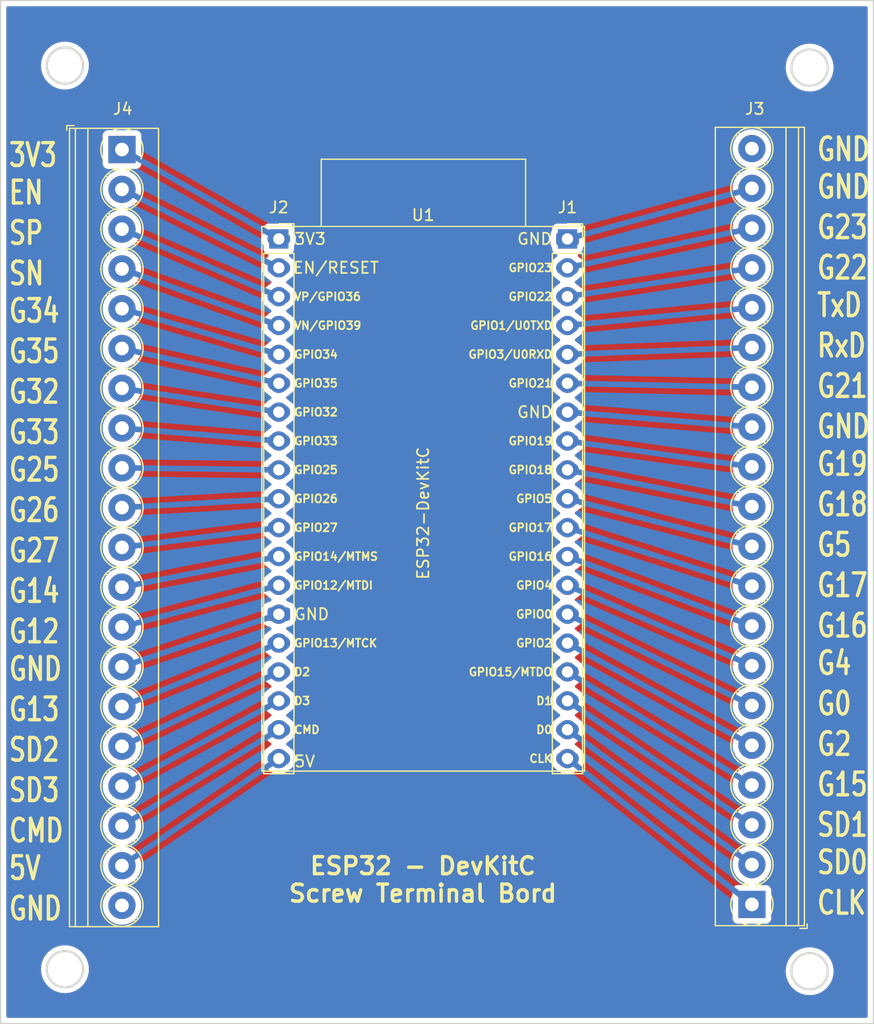
<source format=kicad_pcb>
(kicad_pcb (version 20211014) (generator pcbnew)
  (title_block (title "ESP32 DevKitC Screw Terminal Board") (date "2022-05-05") (rev "-") (comment 4 "AISLER Project ID: HJNJDDRD"))
  (layers (0 "F.Cu" signal) (31 "B.Cu" signal) (34 "B.Paste" user) (35 "F.Paste" user) (36 "B.SilkS" user "B.Silkscreen") (37 "F.SilkS" user "F.Silkscreen") (38 "B.Mask" user) (39 "F.Mask" user) (44 "Edge.Cuts" user))
  (net 0 "")
  (net 34 "Net-(J1-Pad1)")
  (net 35 "Net-(J1-Pad2)")
  (net 36 "Net-(J1-Pad3)")
  (net 37 "Net-(J1-Pad4)")
  (net 38 "Net-(J1-Pad5)")
  (net 39 "Net-(J1-Pad6)")
  (net 40 "Net-(J1-Pad7)")
  (net 41 "Net-(J1-Pad8)")
  (net 42 "Net-(J1-Pad9)")
  (net 43 "Net-(J1-Pad10)")
  (net 44 "Net-(J1-Pad11)")
  (net 45 "Net-(J1-Pad12)")
  (net 46 "Net-(J1-Pad13)")
  (net 47 "Net-(J1-Pad14)")
  (net 48 "Net-(J1-Pad15)")
  (net 49 "Net-(J1-Pad16)")
  (net 50 "Net-(J1-Pad17)")
  (net 51 "Net-(J1-Pad18)")
  (net 52 "Net-(J1-Pad19)")
  (net 53 "Net-(J2-Pad1)")
  (net 54 "Net-(J2-Pad2)")
  (net 55 "Net-(J2-Pad3)")
  (net 56 "Net-(J4-Pad4)")
  (net 57 "Net-(J4-Pad5)")
  (net 58 "Net-(J4-Pad6)")
  (net 59 "Net-(J4-Pad7)")
  (net 60 "Net-(J4-Pad8)")
  (net 61 "Net-(J4-Pad9)")
  (net 62 "Net-(J4-Pad10)")
  (net 63 "Net-(J4-Pad11)")
  (net 64 "Net-(J4-Pad12)")
  (net 65 "Net-(J4-Pad13)")
  (net 66 "Net-(J4-Pad14)")
  (net 67 "Net-(J4-Pad15)")
  (net 68 "Net-(J4-Pad16)")
  (net 69 "Net-(J4-Pad17)")
  (net 70 "Net-(J4-Pad18)")
  (net 71 "Net-(J4-Pad19)")
  (footprint "TerminalBlock_Phoenix:TerminalBlock_Phoenix_PT-1,5-20-3.5-H_1x20_P3.50mm_Horizontal" (layer "F.Cu") (at 110.682 53.11 -90)
    (fp_text reference "J4" (at -3.58 -0.062) (layer "F.SilkS"))
    (fp_text value "Screw_Terminal_01x19")
    (pad "1" thru_hole rect locked (at 0 0 270) (size 2.4 2.4) (drill 1.2) (layers *.Cu *.Mask) (net 53 "Net-(J2-Pad1)"))
    (pad "2" thru_hole circle locked (at 3.5 0 270) (size 2.4 2.4) (drill 1.2) (layers *.Cu *.Mask) (net 54 "Net-(J2-Pad2)"))
    (pad "3" thru_hole circle locked (at 7 0 270) (size 2.4 2.4) (drill 1.2) (layers *.Cu *.Mask) (net 55 "Net-(J2-Pad3)"))
    (pad "4" thru_hole circle locked (at 10.5 0 270) (size 2.4 2.4) (drill 1.2) (layers *.Cu *.Mask) (net 56 "Net-(J4-Pad4)"))
    (pad "5" thru_hole circle locked (at 14 0 270) (size 2.4 2.4) (drill 1.2) (layers *.Cu *.Mask) (net 57 "Net-(J4-Pad5)"))
    (pad "6" thru_hole circle locked (at 17.5 0 270) (size 2.4 2.4) (drill 1.2) (layers *.Cu *.Mask) (net 58 "Net-(J4-Pad6)"))
    (pad "7" thru_hole circle locked (at 21 0 270) (size 2.4 2.4) (drill 1.2) (layers *.Cu *.Mask) (net 59 "Net-(J4-Pad7)"))
    (pad "8" thru_hole circle locked (at 24.5 0 270) (size 2.4 2.4) (drill 1.2) (layers *.Cu *.Mask) (net 60 "Net-(J4-Pad8)"))
    (pad "9" thru_hole circle locked (at 28 0 270) (size 2.4 2.4) (drill 1.2) (layers *.Cu *.Mask) (net 61 "Net-(J4-Pad9)"))
    (pad "10" thru_hole circle locked (at 31.5 0 270) (size 2.4 2.4) (drill 1.2) (layers *.Cu *.Mask) (net 62 "Net-(J4-Pad10)"))
    (pad "11" thru_hole circle locked (at 35 0 270) (size 2.4 2.4) (drill 1.2) (layers *.Cu *.Mask) (net 63 "Net-(J4-Pad11)"))
    (pad "12" thru_hole circle locked (at 38.5 0 270) (size 2.4 2.4) (drill 1.2) (layers *.Cu *.Mask) (net 64 "Net-(J4-Pad12)"))
    (pad "13" thru_hole circle locked (at 42 0 270) (size 2.4 2.4) (drill 1.2) (layers *.Cu *.Mask) (net 65 "Net-(J4-Pad13)"))
    (pad "14" thru_hole circle locked (at 45.5 0 270) (size 2.4 2.4) (drill 1.2) (layers *.Cu *.Mask) (net 66 "Net-(J4-Pad14)"))
    (pad "15" thru_hole circle locked (at 49 0 270) (size 2.4 2.4) (drill 1.2) (layers *.Cu *.Mask) (net 67 "Net-(J4-Pad15)"))
    (pad "16" thru_hole circle locked (at 52.5 0 270) (size 2.4 2.4) (drill 1.2) (layers *.Cu *.Mask) (net 68 "Net-(J4-Pad16)"))
    (pad "17" thru_hole circle locked (at 56 0 270) (size 2.4 2.4) (drill 1.2) (layers *.Cu *.Mask) (net 69 "Net-(J4-Pad17)"))
    (pad "18" thru_hole circle locked (at 59.5 0 270) (size 2.4 2.4) (drill 1.2) (layers *.Cu *.Mask) (net 70 "Net-(J4-Pad18)"))
    (pad "19" thru_hole circle locked (at 63 0 270) (size 2.4 2.4) (drill 1.2) (layers *.Cu *.Mask) (net 71 "Net-(J4-Pad19)"))
    (pad "20" thru_hole circle locked (at 66.5 0 270) (size 2.4 2.4) (drill 1.2) (layers *.Cu *.Mask))
  )
  (footprint "Connector_PinSocket_2.54mm:PinSocket_1x19_P2.54mm_Vertical" (layer "F.Cu") (at 124.485 60.97)
    (fp_text reference "J2" (at 0 -2.77) (layer "F.SilkS"))
    (fp_text value "Conn_01x19_MountingPin")
    (pad "1" thru_hole rect (at 0 0) (size 1.7 1.7) (drill 1) (layers *.Cu *.Mask) (net 53 "Net-(J2-Pad1)"))
    (pad "2" thru_hole oval (at 0 2.54) (size 1.7 1.7) (drill 1) (layers *.Cu *.Mask) (net 54 "Net-(J2-Pad2)"))
    (pad "3" thru_hole oval (at 0 5.08) (size 1.7 1.7) (drill 1) (layers *.Cu *.Mask) (net 55 "Net-(J2-Pad3)"))
    (pad "4" thru_hole oval (at 0 7.62) (size 1.7 1.7) (drill 1) (layers *.Cu *.Mask) (net 56 "Net-(J4-Pad4)"))
    (pad "5" thru_hole oval (at 0 10.16) (size 1.7 1.7) (drill 1) (layers *.Cu *.Mask) (net 57 "Net-(J4-Pad5)"))
    (pad "6" thru_hole oval (at 0 12.7) (size 1.7 1.7) (drill 1) (layers *.Cu *.Mask) (net 58 "Net-(J4-Pad6)"))
    (pad "7" thru_hole oval (at 0 15.24) (size 1.7 1.7) (drill 1) (layers *.Cu *.Mask) (net 59 "Net-(J4-Pad7)"))
    (pad "8" thru_hole oval (at 0 17.78) (size 1.7 1.7) (drill 1) (layers *.Cu *.Mask) (net 60 "Net-(J4-Pad8)"))
    (pad "9" thru_hole oval (at 0 20.32) (size 1.7 1.7) (drill 1) (layers *.Cu *.Mask) (net 61 "Net-(J4-Pad9)"))
    (pad "10" thru_hole oval (at 0 22.86) (size 1.7 1.7) (drill 1) (layers *.Cu *.Mask) (net 62 "Net-(J4-Pad10)"))
    (pad "11" thru_hole oval (at 0 25.4) (size 1.7 1.7) (drill 1) (layers *.Cu *.Mask) (net 63 "Net-(J4-Pad11)"))
    (pad "12" thru_hole oval (at 0 27.94) (size 1.7 1.7) (drill 1) (layers *.Cu *.Mask) (net 64 "Net-(J4-Pad12)"))
    (pad "13" thru_hole oval (at 0 30.48) (size 1.7 1.7) (drill 1) (layers *.Cu *.Mask) (net 65 "Net-(J4-Pad13)"))
    (pad "14" thru_hole oval (at 0 33.02) (size 1.7 1.7) (drill 1) (layers *.Cu *.Mask) (net 66 "Net-(J4-Pad14)"))
    (pad "15" thru_hole oval (at 0 35.56) (size 1.7 1.7) (drill 1) (layers *.Cu *.Mask) (net 67 "Net-(J4-Pad15)"))
    (pad "16" thru_hole oval (at 0 38.1) (size 1.7 1.7) (drill 1) (layers *.Cu *.Mask) (net 68 "Net-(J4-Pad16)"))
    (pad "17" thru_hole oval (at 0 40.64) (size 1.7 1.7) (drill 1) (layers *.Cu *.Mask) (net 69 "Net-(J4-Pad17)"))
    (pad "18" thru_hole oval (at 0 43.18) (size 1.7 1.7) (drill 1) (layers *.Cu *.Mask) (net 70 "Net-(J4-Pad18)"))
    (pad "19" thru_hole oval (at 0 45.72) (size 1.7 1.7) (drill 1) (layers *.Cu *.Mask) (net 71 "Net-(J4-Pad19)"))
  )
  (footprint "TerminalBlock_Phoenix:TerminalBlock_Phoenix_PT-1,5-20-3.5-H_1x20_P3.50mm_Horizontal" (layer "F.Cu") (at 166.116 119.522 90)
    (fp_text reference "J3" (at 69.992 0.254) (layer "F.SilkS"))
    (fp_text value "Screw_Terminal_01x19")
    (pad "1" thru_hole rect locked (at 0 0 90) (size 2.4 2.4) (drill 1.2) (layers *.Cu *.Mask) (net 52 "Net-(J1-Pad19)"))
    (pad "2" thru_hole circle locked (at 3.5 0 90) (size 2.4 2.4) (drill 1.2) (layers *.Cu *.Mask) (net 51 "Net-(J1-Pad18)"))
    (pad "3" thru_hole circle locked (at 7 0 90) (size 2.4 2.4) (drill 1.2) (layers *.Cu *.Mask) (net 50 "Net-(J1-Pad17)"))
    (pad "4" thru_hole circle locked (at 10.5 0 90) (size 2.4 2.4) (drill 1.2) (layers *.Cu *.Mask) (net 49 "Net-(J1-Pad16)"))
    (pad "5" thru_hole circle locked (at 14 0 90) (size 2.4 2.4) (drill 1.2) (layers *.Cu *.Mask) (net 48 "Net-(J1-Pad15)"))
    (pad "6" thru_hole circle locked (at 17.5 0 90) (size 2.4 2.4) (drill 1.2) (layers *.Cu *.Mask) (net 47 "Net-(J1-Pad14)"))
    (pad "7" thru_hole circle locked (at 21 0 90) (size 2.4 2.4) (drill 1.2) (layers *.Cu *.Mask) (net 46 "Net-(J1-Pad13)"))
    (pad "8" thru_hole circle locked (at 24.5 0 90) (size 2.4 2.4) (drill 1.2) (layers *.Cu *.Mask) (net 45 "Net-(J1-Pad12)"))
    (pad "9" thru_hole circle locked (at 28 0 90) (size 2.4 2.4) (drill 1.2) (layers *.Cu *.Mask) (net 44 "Net-(J1-Pad11)"))
    (pad "10" thru_hole circle locked (at 31.5 0 90) (size 2.4 2.4) (drill 1.2) (layers *.Cu *.Mask) (net 43 "Net-(J1-Pad10)"))
    (pad "11" thru_hole circle locked (at 35 0 90) (size 2.4 2.4) (drill 1.2) (layers *.Cu *.Mask) (net 42 "Net-(J1-Pad9)"))
    (pad "12" thru_hole circle locked (at 38.5 0 90) (size 2.4 2.4) (drill 1.2) (layers *.Cu *.Mask) (net 41 "Net-(J1-Pad8)"))
    (pad "13" thru_hole circle locked (at 42 0 90) (size 2.4 2.4) (drill 1.2) (layers *.Cu *.Mask) (net 40 "Net-(J1-Pad7)"))
    (pad "14" thru_hole circle locked (at 45.5 0 90) (size 2.4 2.4) (drill 1.2) (layers *.Cu *.Mask) (net 39 "Net-(J1-Pad6)"))
    (pad "15" thru_hole circle locked (at 49 0 90) (size 2.4 2.4) (drill 1.2) (layers *.Cu *.Mask) (net 38 "Net-(J1-Pad5)"))
    (pad "16" thru_hole circle locked (at 52.5 0 90) (size 2.4 2.4) (drill 1.2) (layers *.Cu *.Mask) (net 37 "Net-(J1-Pad4)"))
    (pad "17" thru_hole circle locked (at 56 0 90) (size 2.4 2.4) (drill 1.2) (layers *.Cu *.Mask) (net 36 "Net-(J1-Pad3)"))
    (pad "18" thru_hole circle locked (at 59.5 0 90) (size 2.4 2.4) (drill 1.2) (layers *.Cu *.Mask) (net 35 "Net-(J1-Pad2)"))
    (pad "19" thru_hole circle locked (at 63 0 90) (size 2.4 2.4) (drill 1.2) (layers *.Cu *.Mask) (net 34 "Net-(J1-Pad1)"))
    (pad "20" thru_hole circle locked (at 66.5 0 90) (size 2.4 2.4) (drill 1.2) (layers *.Cu *.Mask))
  )
  (footprint "Espressif:ESP32-DevKitC" (layer "F.Cu") (at 124.485 60.97)
    (fp_text reference "U1" (at 12.70368 -2.09728) (layer "F.SilkS"))
    (fp_text value "ESP32-DevKitC" (at 12.70368 24.13272 90) (layer "F.SilkS"))
    (fp_text user "GPIO2" (at 24.13368 35.56272 unlocked) (layer "F.SilkS") (effects (font (size 0.7 0.7)) (justify right)))
    (fp_text user "D2" (at 1.27368 38.10272 unlocked) (layer "F.SilkS") (effects (font (size 0.7 0.7)) (justify left)))
    (fp_text user "D3" (at 1.27368 40.64272 unlocked) (layer "F.SilkS") (effects (font (size 0.7 0.7)) (justify left)))
    (fp_text user "GPIO34" (at 1.27368 10.16272 unlocked) (layer "F.SilkS") (effects (font (size 0.7 0.7)) (justify left)))
    (fp_text user "5V" (at 1.27 45.974 unlocked) (layer "F.SilkS") (effects (justify left)))
    (fp_text user "GPIO1/U0TXD" (at 24.13368 7.62272 unlocked) (layer "F.SilkS") (effects (font (size 0.7 0.7)) (justify right)))
    (fp_text user "GND" (at 24.13368 0.00272 unlocked) (layer "F.SilkS") (effects (justify right)))
    (fp_text user "GPIO4" (at 24.13368 30.48272 unlocked) (layer "F.SilkS") (effects (font (size 0.7 0.7)) (justify right)))
    (fp_text user "EN/RESET" (at 8.89 2.54 unlocked) (layer "F.SilkS") (effects (justify right)))
    (fp_text user "GPIO19" (at 24.13368 17.78272 unlocked) (layer "F.SilkS") (effects (font (size 0.7 0.7)) (justify right)))
    (fp_text user "GPIO16" (at 24.13368 27.94272 unlocked) (layer "F.SilkS") (effects (font (size 0.7 0.7)) (justify right)))
    (fp_text user "D1" (at 24.13368 40.64272 unlocked) (layer "F.SilkS") (effects (font (size 0.7 0.7)) (justify right)))
    (fp_text user "GPIO23" (at 24.13368 2.54272 unlocked) (layer "F.SilkS") (effects (font (size 0.7 0.7)) (justify right)))
    (fp_text user "GPIO3/U0RXD" (at 24.13368 10.16272 unlocked) (layer "F.SilkS") (effects (font (size 0.7 0.7)) (justify right)))
    (fp_text user "GPIO13/MTCK" (at 1.27368 35.56272 unlocked) (layer "F.SilkS") (effects (font (size 0.7 0.7)) (justify left)))
    (fp_text user "GPIO32" (at 1.27368 15.24272 unlocked) (layer "F.SilkS") (effects (font (size 0.7 0.7)) (justify left)))
    (fp_text user "CLK" (at 24.13368 45.72272 unlocked) (layer "F.SilkS") (effects (font (size 0.7 0.7)) (justify right)))
    (fp_text user "GPIO22" (at 24.13368 5.08272 unlocked) (layer "F.SilkS") (effects (font (size 0.7 0.7)) (justify right)))
    (fp_text user "GPIO5" (at 24.13368 22.86272 unlocked) (layer "F.SilkS") (effects (font (size 0.7 0.7)) (justify right)))
    (fp_text user "GPIO25" (at 1.27368 20.32272 unlocked) (layer "F.SilkS") (effects (font (size 0.7 0.7)) (justify left)))
    (fp_text user "GPIO14/MTMS" (at 1.27368 27.94272 unlocked) (layer "F.SilkS") (effects (font (size 0.7 0.7)) (justify left)))
    (fp_text user "GPIO26" (at 1.27368 22.86272 unlocked) (layer "F.SilkS") (effects (font (size 0.7 0.7)) (justify left)))
    (fp_text user "VP/GPIO36" (at 1.27368 5.08272 unlocked) (layer "F.SilkS") (effects (font (size 0.7 0.7)) (justify left)))
    (fp_text user "CMD" (at 1.27368 43.18272 unlocked) (layer "F.SilkS") (effects (font (size 0.7 0.7)) (justify left)))
    (fp_text user "GPIO33" (at 1.27368 17.78272 unlocked) (layer "F.SilkS") (effects (font (size 0.7 0.7)) (justify left)))
    (fp_text user "GPIO12/MTDI" (at 1.27368 30.48272 unlocked) (layer "F.SilkS") (effects (font (size 0.7 0.7)) (justify left)))
    (fp_text user "GPIO17" (at 24.13368 25.40272 unlocked) (layer "F.SilkS") (effects (font (size 0.7 0.7)) (justify right)))
    (fp_text user "GPIO18" (at 24.13368 20.32272 unlocked) (layer "F.SilkS") (effects (font (size 0.7 0.7)) (justify right)))
    (fp_text user "VN/GPIO39" (at 1.27368 7.62272 unlocked) (layer "F.SilkS") (effects (font (size 0.7 0.7)) (justify left)))
    (fp_text user "3V3" (at 1.27368 0.00272 unlocked) (layer "F.SilkS") (effects (justify left)))
    (fp_text user "GPIO27" (at 1.27368 25.40272 unlocked) (layer "F.SilkS") (effects (font (size 0.7 0.7)) (justify left)))
    (fp_text user "GPIO21" (at 24.13368 12.70272 unlocked) (layer "F.SilkS") (effects (font (size 0.7 0.7)) (justify right)))
    (fp_text user "GPIO0" (at 24.13368 33.02272 unlocked) (layer "F.SilkS") (effects (font (size 0.7 0.7)) (justify right)))
    (fp_text user "GPIO15/MTDO" (at 24.13368 38.10272 unlocked) (layer "F.SilkS") (effects (font (size 0.7 0.7)) (justify right)))
    (fp_text user "D0" (at 24.13368 43.18272 unlocked) (layer "F.SilkS") (effects (font (size 0.7 0.7)) (justify right)))
    (fp_text user "GND" (at 24.13368 15.24272 unlocked) (layer "F.SilkS") (effects (justify right)))
    (fp_text user "GPIO35" (at 1.27368 12.70272 unlocked) (layer "F.SilkS") (effects (font (size 0.7 0.7)) (justify left)))
    (fp_text user "GND" (at 1.27368 33.02272 unlocked) (layer "F.SilkS") (effects (justify left)))
    (pad "1" thru_hole oval locked (at 0.00368 0.00272 270) (size 1.2 2) (drill 0.8) (layers *.Cu *.Mask))
    (pad "2" thru_hole oval locked (at 0.00368 2.54272 270) (size 1.2 2) (drill 0.8) (layers *.Cu *.Mask))
    (pad "3" thru_hole oval locked (at 0.00368 5.08272 270) (size 1.2 2) (drill 0.8) (layers *.Cu *.Mask))
    (pad "4" thru_hole oval locked (at 0.00368 7.62272 270) (size 1.2 2) (drill 0.8) (layers *.Cu *.Mask))
    (pad "5" thru_hole oval locked (at 0.00368 10.16272 270) (size 1.2 2) (drill 0.8) (layers *.Cu *.Mask))
    (pad "6" thru_hole oval locked (at 0.00368 12.70272 270) (size 1.2 2) (drill 0.8) (layers *.Cu *.Mask))
    (pad "7" thru_hole oval locked (at 0.00368 15.24272 270) (size 1.2 2) (drill 0.8) (layers *.Cu *.Mask))
    (pad "8" thru_hole oval locked (at 0.00368 17.78272 270) (size 1.2 2) (drill 0.8) (layers *.Cu *.Mask))
    (pad "9" thru_hole oval locked (at 0.00368 20.32272 270) (size 1.2 2) (drill 0.8) (layers *.Cu *.Mask))
    (pad "10" thru_hole oval locked (at 0.00368 22.86272 270) (size 1.2 2) (drill 0.8) (layers *.Cu *.Mask))
    (pad "11" thru_hole oval locked (at 0.00368 25.40272 270) (size 1.2 2) (drill 0.8) (layers *.Cu *.Mask))
    (pad "12" thru_hole oval locked (at 0.00368 27.94272 270) (size 1.2 2) (drill 0.8) (layers *.Cu *.Mask))
    (pad "13" thru_hole oval locked (at 0.00368 30.48272 270) (size 1.2 2) (drill 0.8) (layers *.Cu *.Mask))
    (pad "14" thru_hole roundrect locked (at 0.00368 33.02272 270) (size 1.2 2) (drill 0.8) (layers *.Cu *.Mask))
    (pad "15" thru_hole oval locked (at 0.00368 35.56272 270) (size 1.2 2) (drill 0.8) (layers *.Cu *.Mask))
    (pad "16" thru_hole oval locked (at 0.00368 38.10272 270) (size 1.2 2) (drill 0.8) (layers *.Cu *.Mask))
    (pad "17" thru_hole oval locked (at 0.00368 40.64272 270) (size 1.2 2) (drill 0.8) (layers *.Cu *.Mask))
    (pad "18" thru_hole oval locked (at 0.00368 43.18272 270) (size 1.2 2) (drill 0.8) (layers *.Cu *.Mask))
    (pad "19" thru_hole oval locked (at 0.00368 45.72272 270) (size 1.2 2) (drill 0.8) (layers *.Cu *.Mask))
    (pad "20" thru_hole oval locked (at 25.4 45.72 270) (size 1.2 2) (drill 0.8) (layers *.Cu *.Mask))
    (pad "21" thru_hole oval locked (at 25.4 43.18 270) (size 1.2 2) (drill 0.8) (layers *.Cu *.Mask))
    (pad "22" thru_hole oval locked (at 25.40368 40.64272 270) (size 1.2 2) (drill 0.8) (layers *.Cu *.Mask))
    (pad "23" thru_hole oval locked (at 25.40368 38.10272 270) (size 1.2 2) (drill 0.8) (layers *.Cu *.Mask))
    (pad "24" thru_hole oval locked (at 25.40368 35.56272 270) (size 1.2 2) (drill 0.8) (layers *.Cu *.Mask))
    (pad "25" thru_hole oval locked (at 25.40368 33.02272 270) (size 1.2 2) (drill 0.8) (layers *.Cu *.Mask))
    (pad "26" thru_hole oval locked (at 25.40368 30.48272 270) (size 1.2 2) (drill 0.8) (layers *.Cu *.Mask))
    (pad "27" thru_hole oval locked (at 25.40368 27.94272 270) (size 1.2 2) (drill 0.8) (layers *.Cu *.Mask))
    (pad "28" thru_hole oval locked (at 25.40368 25.40272 270) (size 1.2 2) (drill 0.8) (layers *.Cu *.Mask))
    (pad "29" thru_hole oval locked (at 25.40368 22.86272 270) (size 1.2 2) (drill 0.8) (layers *.Cu *.Mask))
    (pad "30" thru_hole oval locked (at 25.40368 20.32272 270) (size 1.2 2) (drill 0.8) (layers *.Cu *.Mask))
    (pad "31" thru_hole oval locked (at 25.40368 17.78272 270) (size 1.2 2) (drill 0.8) (layers *.Cu *.Mask))
    (pad "32" thru_hole oval locked (at 25.40368 15.24272 270) (size 1.2 2) (drill 0.8) (layers *.Cu *.Mask))
    (pad "33" thru_hole oval locked (at 25.40368 12.70272 270) (size 1.2 2) (drill 0.8) (layers *.Cu *.Mask))
    (pad "34" thru_hole oval locked (at 25.40368 10.16272 270) (size 1.2 2) (drill 0.8) (layers *.Cu *.Mask))
    (pad "35" thru_hole oval locked (at 25.40368 7.62272 270) (size 1.2 2) (drill 0.8) (layers *.Cu *.Mask))
    (pad "36" thru_hole oval locked (at 25.40368 5.08272 270) (size 1.2 2) (drill 0.8) (layers *.Cu *.Mask))
    (pad "37" thru_hole oval locked (at 25.40368 2.54272 270) (size 1.2 2) (drill 0.8) (layers *.Cu *.Mask))
    (pad "38" thru_hole roundrect locked (at 25.40368 0.00272 270) (size 1.2 2) (drill 0.8) (layers *.Cu *.Mask))
  )
  (footprint "Connector_PinSocket_2.54mm:PinSocket_1x19_P2.54mm_Vertical" (layer "F.Cu") (at 149.885 60.97)
    (fp_text reference "J1" (at 0 -2.77) (layer "F.SilkS"))
    (fp_text value "Conn_01x19_MountingPin")
    (pad "1" thru_hole rect (at 0 0) (size 1.7 1.7) (drill 1) (layers *.Cu *.Mask) (net 34 "Net-(J1-Pad1)"))
    (pad "2" thru_hole oval (at 0 2.54) (size 1.7 1.7) (drill 1) (layers *.Cu *.Mask) (net 35 "Net-(J1-Pad2)"))
    (pad "3" thru_hole oval (at 0 5.08) (size 1.7 1.7) (drill 1) (layers *.Cu *.Mask) (net 36 "Net-(J1-Pad3)"))
    (pad "4" thru_hole oval (at 0 7.62) (size 1.7 1.7) (drill 1) (layers *.Cu *.Mask) (net 37 "Net-(J1-Pad4)"))
    (pad "5" thru_hole oval (at 0 10.16) (size 1.7 1.7) (drill 1) (layers *.Cu *.Mask) (net 38 "Net-(J1-Pad5)"))
    (pad "6" thru_hole oval (at 0 12.7) (size 1.7 1.7) (drill 1) (layers *.Cu *.Mask) (net 39 "Net-(J1-Pad6)"))
    (pad "7" thru_hole oval (at 0 15.24) (size 1.7 1.7) (drill 1) (layers *.Cu *.Mask) (net 40 "Net-(J1-Pad7)"))
    (pad "8" thru_hole oval (at 0 17.78) (size 1.7 1.7) (drill 1) (layers *.Cu *.Mask) (net 41 "Net-(J1-Pad8)"))
    (pad "9" thru_hole oval (at 0 20.32) (size 1.7 1.7) (drill 1) (layers *.Cu *.Mask) (net 42 "Net-(J1-Pad9)"))
    (pad "10" thru_hole oval (at 0 22.86) (size 1.7 1.7) (drill 1) (layers *.Cu *.Mask) (net 43 "Net-(J1-Pad10)"))
    (pad "11" thru_hole oval (at 0 25.4) (size 1.7 1.7) (drill 1) (layers *.Cu *.Mask) (net 44 "Net-(J1-Pad11)"))
    (pad "12" thru_hole oval (at 0 27.94) (size 1.7 1.7) (drill 1) (layers *.Cu *.Mask) (net 45 "Net-(J1-Pad12)"))
    (pad "13" thru_hole oval (at 0 30.48) (size 1.7 1.7) (drill 1) (layers *.Cu *.Mask) (net 46 "Net-(J1-Pad13)"))
    (pad "14" thru_hole oval (at 0 33.02) (size 1.7 1.7) (drill 1) (layers *.Cu *.Mask) (net 47 "Net-(J1-Pad14)"))
    (pad "15" thru_hole oval (at 0 35.56) (size 1.7 1.7) (drill 1) (layers *.Cu *.Mask) (net 48 "Net-(J1-Pad15)"))
    (pad "16" thru_hole oval (at 0 38.1) (size 1.7 1.7) (drill 1) (layers *.Cu *.Mask) (net 49 "Net-(J1-Pad16)"))
    (pad "17" thru_hole oval (at 0 40.64) (size 1.7 1.7) (drill 1) (layers *.Cu *.Mask) (net 50 "Net-(J1-Pad17)"))
    (pad "18" thru_hole oval (at 0 43.18) (size 1.7 1.7) (drill 1) (layers *.Cu *.Mask) (net 51 "Net-(J1-Pad18)"))
    (pad "19" thru_hole oval (at 0 45.72) (size 1.7 1.7) (drill 1) (layers *.Cu *.Mask) (net 52 "Net-(J1-Pad19)"))
  )
  (gr_circle (center 171.196 45.898) (end 172.796 45.898) (layer "Edge.Cuts") (width 0.2) (fill none))
  (gr_rect (start 100 40) (end 176.81 130) (layer "Edge.Cuts") (width 0.1) (fill none))
  (gr_circle (center 171.196 125.4) (end 172.796 125.4) (layer "Edge.Cuts") (width 0.2) (fill none))
  (gr_circle (center 105.664 125.222) (end 107.264 125.222) (layer "Edge.Cuts") (width 0.2) (fill none))
  (gr_circle (center 105.664 45.72) (end 107.264 45.72) (layer "Edge.Cuts") (width 0.2) (fill none))
  (gr_text "G15" (at 171.704 108.966) (layer "F.SilkS") (effects (font (size 2 1.5) (thickness 0.3)) (justify left)))
  (gr_text "5V" (at 100.584 116.332) (layer "F.SilkS") (effects (font (size 2 1.5) (thickness 0.3)) (justify left)))
  (gr_text "G27" (at 100.584 88.392) (layer "F.SilkS") (effects (font (size 2 1.5) (thickness 0.3)) (justify left)))
  (gr_text "EN" (at 100.584 56.896) (layer "F.SilkS") (effects (font (size 2 1.5) (thickness 0.3)) (justify left)))
  (gr_text "CMD" (at 100.584 113.03) (layer "F.SilkS") (effects (font (size 2 1.5) (thickness 0.3)) (justify left)))
  (gr_text "G5" (at 171.704 87.884) (layer "F.SilkS") (effects (font (size 2 1.5) (thickness 0.3)) (justify left)))
  (gr_text "SD2" (at 100.584 105.918) (layer "F.SilkS") (effects (font (size 2 1.5) (thickness 0.3)) (justify left)))
  (gr_text "SN" (at 100.584 64.008) (layer "F.SilkS") (effects (font (size 2 1.5) (thickness 0.3)) (justify left)))
  (gr_text "G25" (at 100.584 81.28) (layer "F.SilkS") (effects (font (size 2 1.5) (thickness 0.3)) (justify left)))
  (gr_text "GND" (at 171.704 77.47) (layer "F.SilkS") (effects (font (size 2 1.5) (thickness 0.3)) (justify left)))
  (gr_text "CLK" (at 171.704 119.38) (layer "F.SilkS") (effects (font (size 2 1.5) (thickness 0.3)) (justify left)))
  (gr_text "G34" (at 100.584 67.31) (layer "F.SilkS") (effects (font (size 2 1.5) (thickness 0.3)) (justify left)))
  (gr_text "G18" (at 171.704 84.328) (layer "F.SilkS") (effects (font (size 2 1.5) (thickness 0.3)) (justify left)))
  (gr_text "G17" (at 171.704 91.44) (layer "F.SilkS") (effects (font (size 2 1.5) (thickness 0.3)) (justify left)))
  (gr_text "SP" (at 100.584 60.452) (layer "F.SilkS") (effects (font (size 2 1.5) (thickness 0.3)) (justify left)))
  (gr_text "G12" (at 100.584 95.504) (layer "F.SilkS") (effects (font (size 2 1.5) (thickness 0.3)) (justify left)))
  (gr_text "G4" (at 171.704 98.298) (layer "F.SilkS") (effects (font (size 2 1.5) (thickness 0.3)) (justify left)))
  (gr_text "G16" (at 171.704 94.996) (layer "F.SilkS") (effects (font (size 2 1.5) (thickness 0.3)) (justify left)))
  (gr_text "RxD" (at 171.704 70.358) (layer "F.SilkS") (effects (font (size 2 1.5) (thickness 0.3)) (justify left)))
  (gr_text "SD3" (at 100.584 109.474) (layer "F.SilkS") (effects (font (size 2 1.5) (thickness 0.3)) (justify left)))
  (gr_text "ESP32 - DevKitC\nScrew Terminal Bord" (at 137.16 117.348) (layer "F.SilkS") (effects (font (size 1.5 1.5) (thickness 0.3))))
  (gr_text "G32" (at 100.584 74.422) (layer "F.SilkS") (effects (font (size 2 1.5) (thickness 0.3)) (justify left)))
  (gr_text "GND" (at 100.584 98.806) (layer "F.SilkS") (effects (font (size 2 1.5) (thickness 0.3)) (justify left)))
  (gr_text "G2" (at 171.704 105.41) (layer "F.SilkS") (effects (font (size 2 1.5) (thickness 0.3)) (justify left)))
  (gr_text "G23" (at 171.704 59.944) (layer "F.SilkS") (effects (font (size 2 1.5) (thickness 0.3)) (justify left)))
  (gr_text "G26" (at 100.584 84.836) (layer "F.SilkS") (effects (font (size 2 1.5) (thickness 0.3)) (justify left)))
  (gr_text "GND" (at 100.584 119.888) (layer "F.SilkS") (effects (font (size 2 1.5) (thickness 0.3)) (justify left)))
  (gr_text "G35" (at 100.584 70.866) (layer "F.SilkS") (effects (font (size 2 1.5) (thickness 0.3)) (justify left)))
  (gr_text "GND" (at 171.704 53.086) (layer "F.SilkS") (effects (font (size 2 1.5) (thickness 0.3)) (justify left)))
  (gr_text "G21" (at 171.704 73.914) (layer "F.SilkS") (effects (font (size 2 1.5) (thickness 0.3)) (justify left)))
  (gr_text "G0" (at 171.704 101.854) (layer "F.SilkS") (effects (font (size 2 1.5) (thickness 0.3)) (justify left)))
  (gr_text "SD1" (at 171.704 112.522) (layer "F.SilkS") (effects (font (size 2 1.5) (thickness 0.3)) (justify left)))
  (gr_text "3V3" (at 100.584 53.594) (layer "F.SilkS") (effects (font (size 2 1.5) (thickness 0.3)) (justify left)))
  (gr_text "G14" (at 100.584 91.948) (layer "F.SilkS") (effects (font (size 2 1.5) (thickness 0.3)) (justify left)))
  (gr_text "G22" (at 171.704 63.5) (layer "F.SilkS") (effects (font (size 2 1.5) (thickness 0.3)) (justify left)))
  (gr_text "G13" (at 100.584 102.362) (layer "F.SilkS") (effects (font (size 2 1.5) (thickness 0.3)) (justify left)))
  (gr_text "G19" (at 171.704 80.772) (layer "F.SilkS") (effects (font (size 2 1.5) (thickness 0.3)) (justify left)))
  (gr_text "G33" (at 100.584 77.978) (layer "F.SilkS") (effects (font (size 2 1.5) (thickness 0.3)) (justify left)))
  (gr_text "TxD" (at 171.704 66.802) (layer "F.SilkS") (effects (font (size 2 1.5) (thickness 0.3)) (justify left)))
  (gr_text "GND" (at 171.704 56.388) (layer "F.SilkS") (effects (font (size 2 1.5) (thickness 0.3)) (justify left)))
  (gr_text "SD0" (at 171.704 115.824) (layer "F.SilkS") (effects (font (size 2 1.5) (thickness 0.3)) (justify left)))
  (segment (start 166.116 56.522) (end 149.885 60.97) (width 0.5) (layer "B.Cu") (net 34))
  (segment (start 166.116 60.022) (end 149.885 63.51) (width 0.5) (layer "B.Cu") (net 35))
  (segment (start 166.116 63.522) (end 149.885 66.05) (width 0.5) (layer "B.Cu") (net 36))
  (segment (start 166.116 67.022) (end 149.885 68.59) (width 0.5) (layer "B.Cu") (net 37))
  (segment (start 166.116 70.522) (end 149.885 71.13) (width 0.5) (layer "B.Cu") (net 38))
  (segment (start 166.116 74.022) (end 149.885 73.67) (width 0.5) (layer "B.Cu") (net 39))
  (segment (start 166.116 77.522) (end 149.885 76.21) (width 0.5) (layer "B.Cu") (net 40))
  (segment (start 166.116 81.022) (end 149.885 78.75) (width 0.5) (layer "B.Cu") (net 41))
  (segment (start 166.116 84.522) (end 149.885 81.29) (width 0.5) (layer "B.Cu") (net 42))
  (segment (start 166.116 88.022) (end 149.885 83.83) (width 0.5) (layer "B.Cu") (net 43))
  (segment (start 166.116 91.522) (end 149.885 86.37) (width 0.5) (layer "B.Cu") (net 44))
  (segment (start 166.116 95.022) (end 149.885 88.91) (width 0.5) (layer "B.Cu") (net 45))
  (segment (start 166.116 98.522) (end 149.885 91.45) (width 0.5) (layer "B.Cu") (net 46))
  (segment (start 166.116 102.022) (end 149.885 93.99) (width 0.5) (layer "B.Cu") (net 47))
  (segment (start 166.116 105.522) (end 149.885 96.53) (width 0.5) (layer "B.Cu") (net 48))
  (segment (start 166.116 109.022) (end 149.885 99.07) (width 0.5) (layer "B.Cu") (net 49))
  (segment (start 166.116 112.522) (end 149.885 101.61) (width 0.5) (layer "B.Cu") (net 50))
  (segment (start 166.116 116.022) (end 149.885 104.15) (width 0.5) (layer "B.Cu") (net 51))
  (segment (start 166.116 119.522) (end 149.885 106.69) (width 0.5) (layer "B.Cu") (net 52))
  (segment (start 110.682 53.11) (end 124.485 60.97) (width 0.5) (layer "B.Cu") (net 53))
  (segment (start 110.682 56.61) (end 124.485 63.51) (width 0.5) (layer "B.Cu") (net 54))
  (segment (start 110.682 60.11) (end 124.485 66.05) (width 0.5) (layer "B.Cu") (net 55))
  (segment (start 110.682 63.61) (end 124.485 68.59) (width 0.5) (layer "B.Cu") (net 56))
  (segment (start 110.682 67.11) (end 124.485 71.13) (width 0.5) (layer "B.Cu") (net 57))
  (segment (start 110.682 70.61) (end 124.485 73.67) (width 0.5) (layer "B.Cu") (net 58))
  (segment (start 110.682 74.11) (end 124.485 76.21) (width 0.5) (layer "B.Cu") (net 59))
  (segment (start 110.682 77.61) (end 124.485 78.75) (width 0.5) (layer "B.Cu") (net 60))
  (segment (start 110.682 81.11) (end 124.485 81.29) (width 0.5) (layer "B.Cu") (net 61))
  (segment (start 110.682 84.61) (end 124.485 83.83) (width 0.5) (layer "B.Cu") (net 62))
  (segment (start 110.682 88.11) (end 124.485 86.37) (width 0.5) (layer "B.Cu") (net 63))
  (segment (start 110.682 91.61) (end 124.485 88.91) (width 0.5) (layer "B.Cu") (net 64))
  (segment (start 110.682 95.11) (end 124.485 91.45) (width 0.5) (layer "B.Cu") (net 65))
  (segment (start 110.682 98.61) (end 124.485 93.99) (width 0.5) (layer "B.Cu") (net 66))
  (segment (start 110.682 102.11) (end 124.485 96.53) (width 0.5) (layer "B.Cu") (net 67))
  (segment (start 110.682 105.61) (end 124.485 99.07) (width 0.5) (layer "B.Cu") (net 68))
  (segment (start 110.682 109.11) (end 124.485 101.61) (width 0.5) (layer "B.Cu") (net 69))
  (segment (start 110.682 112.61) (end 124.485 104.15) (width 0.5) (layer "B.Cu") (net 70))
  (segment (start 110.682 116.11) (end 124.485 106.69) (width 0.5) (layer "B.Cu") (net 71))
  (zone (net 0) (net_name "") (layers F&B.Cu) (name "GND_Back") (connect_pads (clearance 0.508)) (min_thickness 0.254) (fill yes (thermal_gap 0.508) (thermal_bridge_width 0.508))
    (polygon (pts (xy 176.784 130.032) (xy 100.076 130.032) (xy 100.076 40.116) (xy 176.784 40.116)))
  )
  (zone (net 0) (net_name "") (layer "B.Cu") (name "GND_Back") (connect_pads (clearance 0.508)) (min_thickness 0.254) (fill yes (thermal_gap 0.508) (thermal_bridge_width 0.508))
    (polygon (pts (xy 176.784 130.048) (xy 100.076 130.048) (xy 100.076 40.132) (xy 176.784 40.132)))
  )
)
</source>
